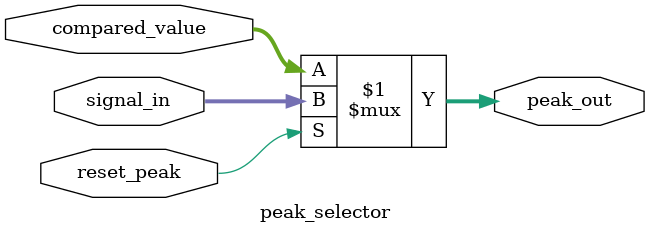
<source format=sv>
module async_peak_detector #(
    parameter W = 12
)(
    input [W-1:0] signal_in,
    input [W-1:0] current_peak,
    input reset_peak,
    output [W-1:0] peak_out
);
    wire [W-1:0] compared_value;

    peak_comparator #(.W(W)) u_peak_comparator(
        .signal_in(signal_in),
        .current_peak(current_peak),
        .compared_value(compared_value)
    );

    peak_selector #(.W(W)) u_peak_selector(
        .signal_in(signal_in),
        .compared_value(compared_value),
        .reset_peak(reset_peak),
        .peak_out(peak_out)
    );
endmodule

module peak_comparator #(
    parameter W = 12
)(
    input [W-1:0] signal_in,
    input [W-1:0] current_peak,
    output reg [W-1:0] compared_value
);
    // 先行借位减法器逻辑用于比较两个数
    wire [W-1:0] difference;
    wire [W:0] borrow;
    
    // 初始无借位
    assign borrow[0] = 1'b0;
    
    // 计算每一位的借位和差值
    genvar i;
    generate
        for (i = 0; i < W; i = i + 1) begin : gen_subtractor
            assign borrow[i+1] = (~signal_in[i] & current_peak[i]) | 
                                 ((signal_in[i] == current_peak[i]) & borrow[i]);
            assign difference[i] = signal_in[i] ^ current_peak[i] ^ borrow[i];
        end
    endgenerate
    
    // 如果最终没有借位，则signal_in >= current_peak
    always @(*) begin
        compared_value = (~borrow[W]) ? signal_in : current_peak;
    end
endmodule

module peak_selector #(
    parameter W = 12
)(
    input [W-1:0] signal_in,
    input [W-1:0] compared_value,
    input reset_peak,
    output [W-1:0] peak_out
);
    assign peak_out = reset_peak ? signal_in : compared_value;
endmodule
</source>
